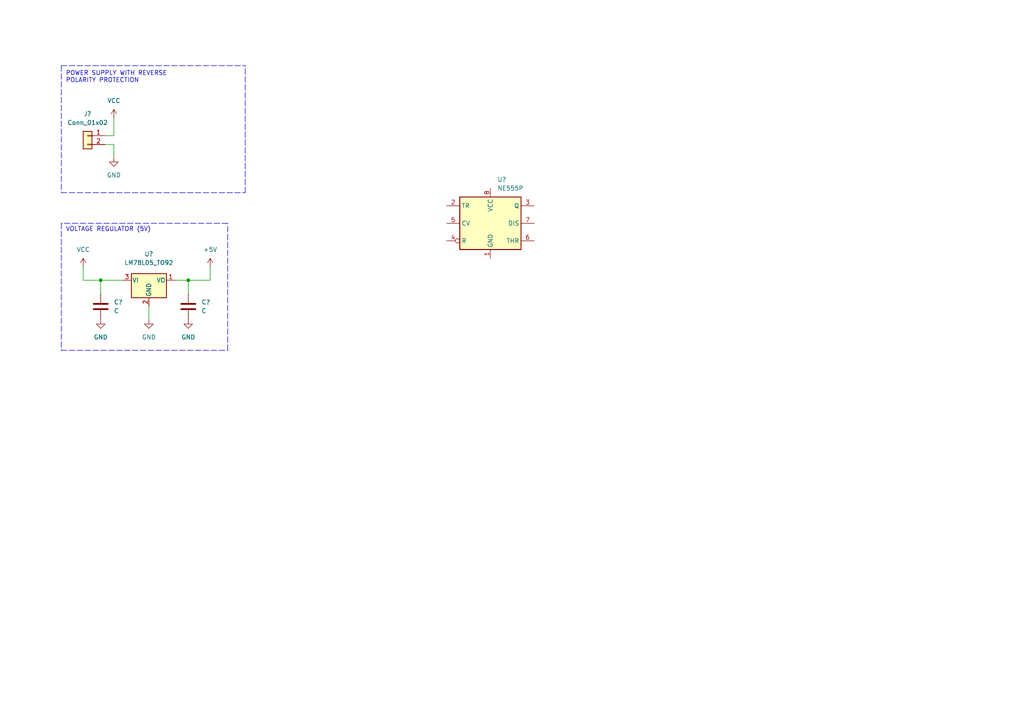
<source format=kicad_sch>
(kicad_sch (version 20211123) (generator eeschema)
  (paper "A4")
  (lib_symbols
    (symbol "Connector_Generic:Conn_01x02" (pin_names (offset 1.016) hide)
      (property "Reference" "J" (at 0 2.54 0))
      (property "Value" "Conn_01x02" (at 0 -5.08 0))
      (symbol "Conn_01x02_1_1"
        (rectangle (start -1.27 -2.413) (end 0 -2.667) (stroke (width 0.1524)))
        (rectangle (start -1.27 0.127) (end 0 -0.127) (stroke (width 0.1524)))
        (rectangle (start -1.27 1.27) (end 1.27 -3.81) (stroke (width 0.254)) (fill (type background)))
        (pin passive line (at -5.08 0 0) (length 3.81) (name "Pin_1") (number "1"))
        (pin passive line (at -5.08 -2.54 0) (length 3.81) (name "Pin_2") (number "2"))
      )
    )
    (symbol "Device:C" (pin_numbers hide) (pin_names (offset 0.254))
      (property "Reference" "C" (at 0.635 2.54 0))
      (property "Value" "C" (at 0.635 -2.54 0))
      (symbol "C_0_1"
        (polyline (pts (xy -2.032 -0.762) (xy 2.032 -0.762)) (stroke (width 0.508)))
        (polyline (pts (xy -2.032 0.762) (xy 2.032 0.762)) (stroke (width 0.508)))
      )
      (symbol "C_1_1"
        (pin passive line (at 0 3.81 270) (length 2.794) (name "~") (number "1"))
        (pin passive line (at 0 -3.81 90) (length 2.794) (name "~") (number "2"))
      )
    )
    (symbol "Regulator_Linear:LM78L05_TO92" (pin_names (offset 0.254))
      (property "Reference" "U" (at -3.81 3.175 0))
      (property "Value" "LM78L05_TO92" (at 0 3.175 0))
      (symbol "LM78L05_TO92_0_1"
        (rectangle (start -5.08 -5.08) (end 5.08 1.905) (stroke (width 0.254)) (fill (type background)))
      )
      (symbol "LM78L05_TO92_1_1"
        (pin power_out line (at 7.62 0 180) (length 2.54) (name "VO") (number "1"))
        (pin power_in line (at 0 -7.62 90) (length 2.54) (name "GND") (number "2"))
        (pin power_in line (at -7.62 0 0) (length 2.54) (name "VI") (number "3"))
      )
    )
    (symbol "Timer:NE555P"
      (property "Reference" "U" (at -10.16 8.89 0))
      (property "Value" "NE555P" (at 2.54 8.89 0))
      (symbol "NE555P_0_0"
        (pin power_in line (at 0 -10.16 90) (length 2.54) (name "GND") (number "1"))
        (pin power_in line (at 0 10.16 270) (length 2.54) (name "VCC") (number "8"))
      )
      (symbol "NE555P_0_1"
        (rectangle (start -8.89 -7.62) (end 8.89 7.62) (stroke (width 0.254)) (fill (type background)))
        (rectangle (start -8.89 -7.62) (end 8.89 7.62) (stroke (width 0.254)) (fill (type background)))
      )
      (symbol "NE555P_1_1"
        (pin input line (at -12.7 5.08 0) (length 3.81) (name "TR") (number "2"))
        (pin output line (at 12.7 5.08 180) (length 3.81) (name "Q") (number "3"))
        (pin input inverted (at -12.7 -5.08 0) (length 3.81) (name "R") (number "4"))
        (pin input line (at -12.7 0 0) (length 3.81) (name "CV") (number "5"))
        (pin input line (at 12.7 -5.08 180) (length 3.81) (name "THR") (number "6"))
        (pin input line (at 12.7 0 180) (length 3.81) (name "DIS") (number "7"))
      )
    )
    (symbol "power:+5V" (power) (pin_names (offset 0))
      (property "Value" "+5V" (at 0 3.556 0))
      (symbol "+5V_0_1"
        (polyline (pts (xy -0.762 1.27) (xy 0 2.54)))
        (polyline (pts (xy 0 0) (xy 0 2.54)))
        (polyline (pts (xy 0 2.54) (xy 0.762 1.27)))
      )
      (symbol "+5V_1_1"
        (pin power_in line (at 0 0 90) (length 0) hide (name "+5V") (number "1"))
      )
    )
    (symbol "power:GND" (power) (pin_names (offset 0))
      (property "Value" "GND" (at 0 -3.81 0))
      (symbol "GND_0_1"
        (polyline (pts (xy 0 0) (xy 0 -1.27) (xy 1.27 -1.27) (xy 0 -2.54) (xy -1.27 -1.27) (xy 0 -1.27)))
      )
      (symbol "GND_1_1"
        (pin power_in line (at 0 0 270) (length 0) hide (name "GND") (number "1"))
      )
    )
    (symbol "power:VCC" (power) (pin_names (offset 0))
      (property "Value" "VCC" (at 0 3.81 0))
      (symbol "VCC_0_1"
        (polyline (pts (xy -0.762 1.27) (xy 0 2.54)))
        (polyline (pts (xy 0 0) (xy 0 2.54)))
        (polyline (pts (xy 0 2.54) (xy 0.762 1.27)))
      )
      (symbol "VCC_1_1"
        (pin power_in line (at 0 0 90) (length 0) hide (name "VCC") (number "1"))
      )
    )
  )
  (junction (at 29.21 81.28))
  (junction (at 54.61 81.28))
  (wire (pts (xy 30.48 39.37) (xy 33.02 39.37)))
  (polyline (pts (xy 17.78 101.6) (xy 66.04 101.6)))
  (polyline (pts (xy 66.04 64.77) (xy 17.78 64.77)))
  (wire (pts (xy 43.18 88.9) (xy 43.18 92.71)))
  (polyline (pts (xy 17.78 19.05) (xy 71.12 19.05)))
  (wire (pts (xy 60.96 81.28) (xy 60.96 77.47)))
  (polyline (pts (xy 17.78 19.05) (xy 17.78 55.88)))
  (wire (pts (xy 24.13 81.28) (xy 29.21 81.28)))
  (wire (pts (xy 54.61 81.28) (xy 60.96 81.28)))
  (polyline (pts (xy 66.04 101.6) (xy 66.04 64.77)))
  (wire (pts (xy 29.21 81.28) (xy 35.56 81.28)))
  (polyline (pts (xy 17.78 64.77) (xy 17.78 101.6)))
  (wire (pts (xy 33.02 34.29) (xy 33.02 39.37)))
  (wire (pts (xy 50.8 81.28) (xy 54.61 81.28)))
  (wire (pts (xy 29.21 81.28) (xy 29.21 85.09)))
  (wire (pts (xy 54.61 81.28) (xy 54.61 85.09)))
  (wire (pts (xy 24.13 77.47) (xy 24.13 81.28)))
  (polyline (pts (xy 17.78 55.88) (xy 71.12 55.88)))
  (wire (pts (xy 33.02 41.91) (xy 33.02 45.72)))
  (wire (pts (xy 30.48 41.91) (xy 33.02 41.91)))
  (polyline (pts (xy 71.12 55.88) (xy 71.12 19.05)))
  (text "POWER SUPPLY WITH REVERSE \nPOLARITY PROTECTION\n" (at 19.05 24.13 0) (effects (font (size 1.27 1.27)) (justify left bottom)))
  (text "VOLTAGE REGULATOR (5V)" (at 19.05 67.31 0) (effects (font (size 1.27 1.27)) (justify left bottom)))
  (symbol (lib_id "power:VCC") (at 33.02 34.29 0) (unit 1)
    (property "Reference" "#PWR?" (effects hide))
    (property "Value" "VCC" (at 33.02 29.21 0))
  )
  (symbol (lib_id "Regulator_Linear:LM78L05_TO92") (at 43.18 81.28 0) (unit 1)
    (property "Reference" "U?" (at 43.18 73.66 0))
    (property "Value" "LM78L05_TO92" (at 43.18 76.2 0))
    (property "Footprint" "Package_TO_SOT_THT:TO-92_Inline" (effects hide))
    (property "Datasheet" "https://www.onsemi.com/pub/Collateral/MC78L06A-D.pdf" (effects hide))
  )
  (symbol (lib_id "power:GND") (at 54.61 92.71 0) (unit 1)
    (property "Reference" "#PWR?" (effects hide))
    (property "Value" "GND" (at 54.61 97.79 0))
  )
  (symbol (lib_id "power:GND") (at 43.18 92.71 0) (unit 1)
    (property "Reference" "#PWR?" (effects hide))
    (property "Value" "GND" (at 43.18 97.79 0))
  )
  (symbol (lib_id "power:+5V") (at 60.96 77.47 0) (unit 1)
    (property "Reference" "#PWR?" (effects hide))
    (property "Value" "+5V" (at 60.96 72.39 0))
  )
  (symbol (lib_id "power:GND") (at 33.02 45.72 0) (unit 1)
    (property "Reference" "#PWR?" (effects hide))
    (property "Value" "GND" (at 33.02 50.8 0))
  )
  (symbol (lib_id "Timer:NE555P") (at 142.24 64.77 0) (unit 1)
    (property "Reference" "U?" (at 144.2594 52.07 0) (effects (justify left)))
    (property "Value" "NE555P" (at 144.2594 54.61 0) (effects (justify left)))
    (property "Footprint" "Package_DIP:DIP-8_W7.62mm" (effects hide))
    (property "Datasheet" "http://www.ti.com/lit/ds/symlink/ne555.pdf" (effects hide))
  )
  (symbol (lib_id "power:GND") (at 29.21 92.71 0) (unit 1)
    (property "Reference" "#PWR?" (effects hide))
    (property "Value" "GND" (at 29.21 97.79 0))
  )
  (symbol (lib_id "Device:C") (at 54.61 88.9 0) (unit 1)
    (property "Reference" "C?" (at 58.42 87.6299 0) (effects (justify left)))
    (property "Value" "C" (at 58.42 90.1699 0) (effects (justify left)))
  )
  (symbol (lib_id "power:VCC") (at 24.13 77.47 0) (unit 1)
    (property "Reference" "#PWR?" (effects hide))
    (property "Value" "VCC" (at 24.13 72.39 0))
  )
  (symbol (lib_id "Connector_Generic:Conn_01x02") (at 25.4 39.37 0) (mirror y) (unit 1)
    (property "Reference" "J?" (at 25.4 33.02 0))
    (property "Value" "Conn_01x02" (at 25.4 35.56 0))
  )
  (symbol (lib_id "Device:C") (at 29.21 88.9 0) (unit 1)
    (property "Reference" "C?" (at 33.02 87.6299 0) (effects (justify left)))
    (property "Value" "C" (at 33.02 90.1699 0) (effects (justify left)))
  )
)
</source>
